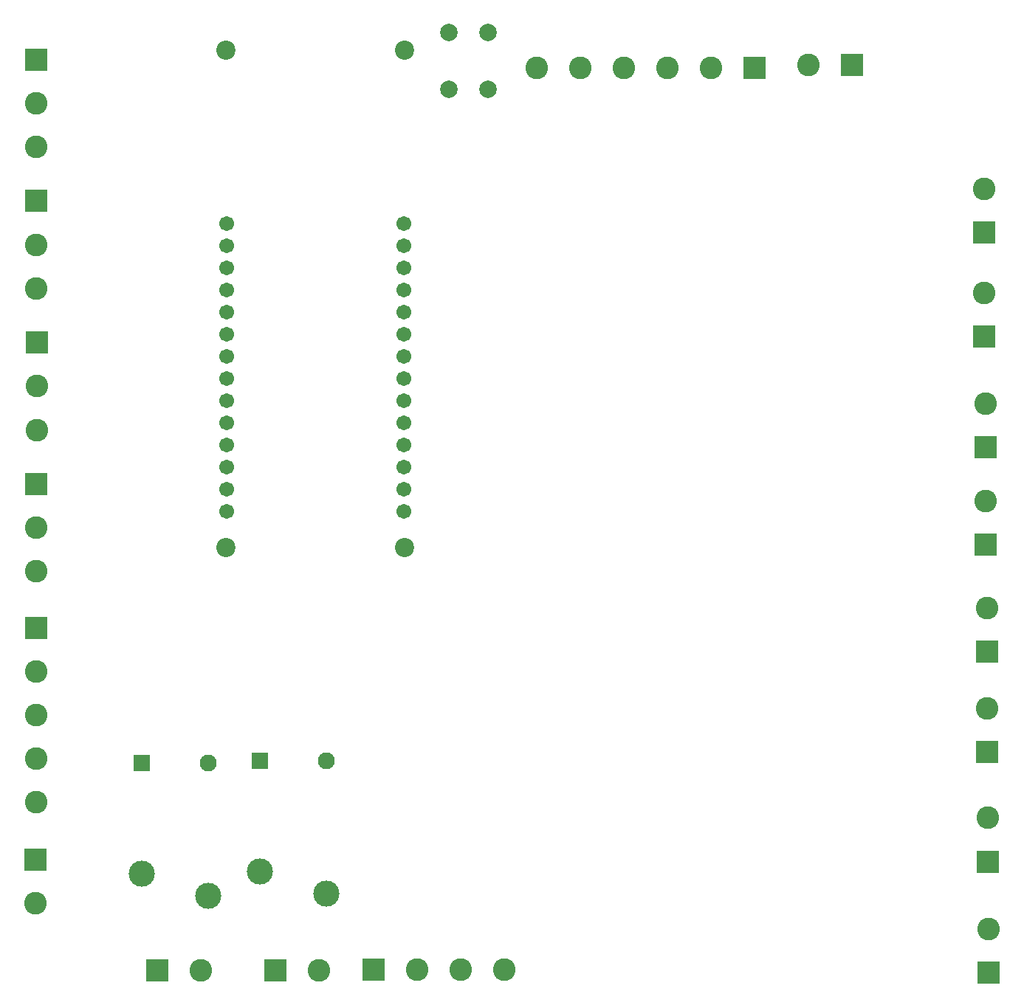
<source format=gbr>
%TF.GenerationSoftware,KiCad,Pcbnew,7.0.11*%
%TF.CreationDate,2024-05-01T23:49:06+02:00*%
%TF.ProjectId,KiCad,4b694361-642e-46b6-9963-61645f706362,rev?*%
%TF.SameCoordinates,Original*%
%TF.FileFunction,Soldermask,Bot*%
%TF.FilePolarity,Negative*%
%FSLAX46Y46*%
G04 Gerber Fmt 4.6, Leading zero omitted, Abs format (unit mm)*
G04 Created by KiCad (PCBNEW 7.0.11) date 2024-05-01 23:49:06*
%MOMM*%
%LPD*%
G01*
G04 APERTURE LIST*
%ADD10R,2.600000X2.600000*%
%ADD11C,2.600000*%
%ADD12C,2.200000*%
%ADD13C,1.712000*%
%ADD14R,1.950000X1.950000*%
%ADD15C,1.950000*%
%ADD16C,3.000000*%
%ADD17C,2.000000*%
G04 APERTURE END LIST*
D10*
%TO.C,J18*%
X181245000Y-47798000D03*
D11*
X181245000Y-42798000D03*
%TD*%
D10*
%TO.C,J11*%
X181355000Y-83600000D03*
D11*
X181355000Y-78600000D03*
%TD*%
D12*
%TO.C,U2*%
X94250000Y-26900000D03*
X94250000Y-83900000D03*
X114750000Y-26900000D03*
X114750000Y-83900000D03*
D13*
X94340000Y-46784800D03*
X94340000Y-49324800D03*
X94340000Y-51864800D03*
X94340000Y-54404800D03*
X94340000Y-56944800D03*
X94340000Y-59484800D03*
X94340000Y-62024800D03*
X94340000Y-64564800D03*
X94340000Y-67104800D03*
X94340000Y-69644800D03*
X94340000Y-72184800D03*
X94340000Y-74724800D03*
X94340000Y-77264800D03*
X94340000Y-79804800D03*
X114660000Y-79804800D03*
X114660000Y-77264800D03*
X114660000Y-74724800D03*
X114660000Y-72184800D03*
X114660000Y-69644800D03*
X114660000Y-67104800D03*
X114660000Y-64564800D03*
X114660000Y-62024800D03*
X114660000Y-59484800D03*
X114660000Y-56944800D03*
X114660000Y-54404800D03*
X114660000Y-51864800D03*
X114660000Y-49324800D03*
X114660000Y-46784800D03*
%TD*%
D10*
%TO.C,J2*%
X72507500Y-44184800D03*
D11*
X72507500Y-49184800D03*
X72507500Y-54184800D03*
%TD*%
D10*
%TO.C,J10*%
X72500000Y-93184800D03*
D11*
X72500000Y-98184800D03*
X72500000Y-103184800D03*
X72500000Y-108184800D03*
X72500000Y-113184800D03*
%TD*%
D10*
%TO.C,J14*%
X181355000Y-72400000D03*
D11*
X181355000Y-67400000D03*
%TD*%
D10*
%TO.C,J6*%
X181705000Y-132715200D03*
D11*
X181705000Y-127715200D03*
%TD*%
D10*
%TO.C,J19*%
X166069000Y-28566000D03*
D11*
X161069000Y-28566000D03*
%TD*%
D10*
%TO.C,J17*%
X181245000Y-59736000D03*
D11*
X181245000Y-54736000D03*
%TD*%
D10*
%TO.C,J13*%
X111200000Y-132400000D03*
D11*
X116200000Y-132400000D03*
X121200000Y-132400000D03*
X126200000Y-132400000D03*
%TD*%
D14*
%TO.C,K2*%
X98149125Y-108433750D03*
D15*
X105749125Y-108433750D03*
D16*
X98149125Y-121133750D03*
X105749125Y-123673750D03*
%TD*%
D10*
%TO.C,J7*%
X181597500Y-119965200D03*
D11*
X181597500Y-114965200D03*
%TD*%
D10*
%TO.C,J15*%
X86350875Y-132426250D03*
D11*
X91350875Y-132426250D03*
%TD*%
D10*
%TO.C,J12*%
X72445000Y-119750000D03*
D11*
X72445000Y-124750000D03*
%TD*%
D10*
%TO.C,J9*%
X181552500Y-95900000D03*
D11*
X181552500Y-90900000D03*
%TD*%
D10*
%TO.C,J16*%
X99899125Y-132433750D03*
D11*
X104899125Y-132433750D03*
%TD*%
D14*
%TO.C,K1*%
X84600875Y-108671250D03*
D15*
X92200875Y-108671250D03*
D16*
X84600875Y-121371250D03*
X92200875Y-123911250D03*
%TD*%
D10*
%TO.C,J1*%
X72507500Y-27934800D03*
D11*
X72507500Y-32934800D03*
X72507500Y-37934800D03*
%TD*%
D10*
%TO.C,J21*%
X154900000Y-28900000D03*
D11*
X149900000Y-28900000D03*
X144900000Y-28900000D03*
X139900000Y-28900000D03*
X134900000Y-28900000D03*
X129900000Y-28900000D03*
%TD*%
D17*
%TO.C,SW1*%
X124350000Y-24850000D03*
X124350000Y-31350000D03*
X119850000Y-24850000D03*
X119850000Y-31350000D03*
%TD*%
D10*
%TO.C,J8*%
X181552500Y-107400000D03*
D11*
X181552500Y-102400000D03*
%TD*%
D10*
%TO.C,J3*%
X72562500Y-60434800D03*
D11*
X72562500Y-65434800D03*
X72562500Y-70434800D03*
%TD*%
D10*
%TO.C,J5*%
X72507500Y-76684800D03*
D11*
X72507500Y-81684800D03*
X72507500Y-86684800D03*
%TD*%
M02*

</source>
